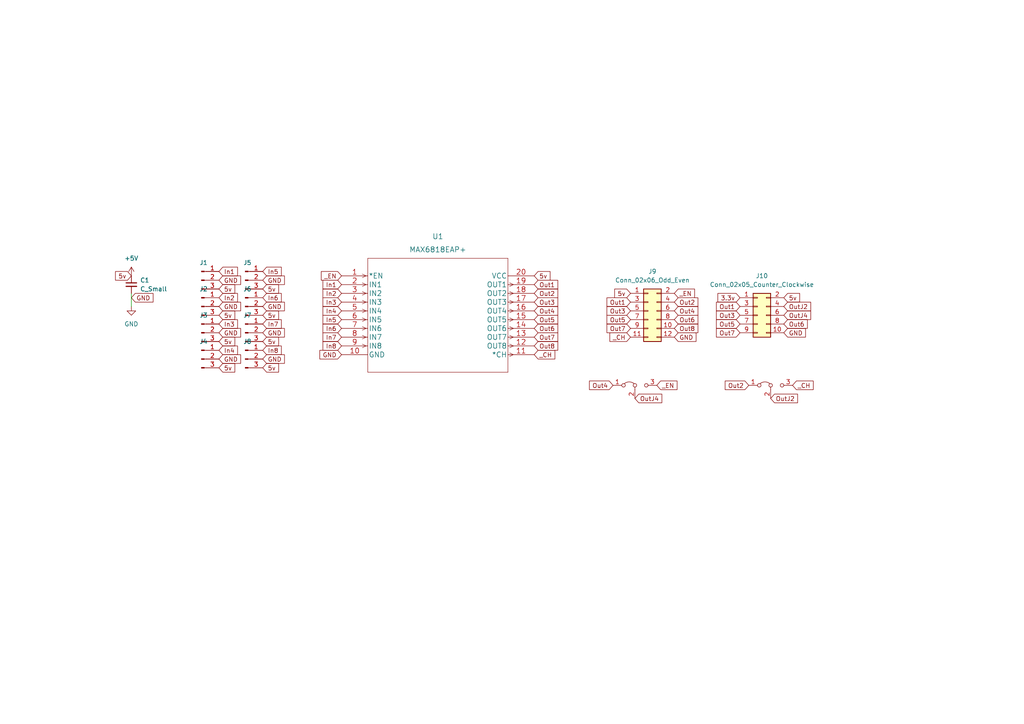
<source format=kicad_sch>
(kicad_sch (version 20211123) (generator eeschema)

  (uuid e63e39d7-6ac0-4ffd-8aa3-1841a4541b55)

  (paper "A4")

  (lib_symbols
    (symbol "Connector:Conn_01x03_Male" (pin_names (offset 1.016) hide) (in_bom yes) (on_board yes)
      (property "Reference" "J" (id 0) (at 0 5.08 0)
        (effects (font (size 1.27 1.27)))
      )
      (property "Value" "Conn_01x03_Male" (id 1) (at 0 -5.08 0)
        (effects (font (size 1.27 1.27)))
      )
      (property "Footprint" "" (id 2) (at 0 0 0)
        (effects (font (size 1.27 1.27)) hide)
      )
      (property "Datasheet" "~" (id 3) (at 0 0 0)
        (effects (font (size 1.27 1.27)) hide)
      )
      (property "ki_keywords" "connector" (id 4) (at 0 0 0)
        (effects (font (size 1.27 1.27)) hide)
      )
      (property "ki_description" "Generic connector, single row, 01x03, script generated (kicad-library-utils/schlib/autogen/connector/)" (id 5) (at 0 0 0)
        (effects (font (size 1.27 1.27)) hide)
      )
      (property "ki_fp_filters" "Connector*:*_1x??_*" (id 6) (at 0 0 0)
        (effects (font (size 1.27 1.27)) hide)
      )
      (symbol "Conn_01x03_Male_1_1"
        (polyline
          (pts
            (xy 1.27 -2.54)
            (xy 0.8636 -2.54)
          )
          (stroke (width 0.1524) (type default) (color 0 0 0 0))
          (fill (type none))
        )
        (polyline
          (pts
            (xy 1.27 0)
            (xy 0.8636 0)
          )
          (stroke (width 0.1524) (type default) (color 0 0 0 0))
          (fill (type none))
        )
        (polyline
          (pts
            (xy 1.27 2.54)
            (xy 0.8636 2.54)
          )
          (stroke (width 0.1524) (type default) (color 0 0 0 0))
          (fill (type none))
        )
        (rectangle (start 0.8636 -2.413) (end 0 -2.667)
          (stroke (width 0.1524) (type default) (color 0 0 0 0))
          (fill (type outline))
        )
        (rectangle (start 0.8636 0.127) (end 0 -0.127)
          (stroke (width 0.1524) (type default) (color 0 0 0 0))
          (fill (type outline))
        )
        (rectangle (start 0.8636 2.667) (end 0 2.413)
          (stroke (width 0.1524) (type default) (color 0 0 0 0))
          (fill (type outline))
        )
        (pin passive line (at 5.08 2.54 180) (length 3.81)
          (name "Pin_1" (effects (font (size 1.27 1.27))))
          (number "1" (effects (font (size 1.27 1.27))))
        )
        (pin passive line (at 5.08 0 180) (length 3.81)
          (name "Pin_2" (effects (font (size 1.27 1.27))))
          (number "2" (effects (font (size 1.27 1.27))))
        )
        (pin passive line (at 5.08 -2.54 180) (length 3.81)
          (name "Pin_3" (effects (font (size 1.27 1.27))))
          (number "3" (effects (font (size 1.27 1.27))))
        )
      )
    )
    (symbol "Connector_Generic:Conn_02x05_Odd_Even" (pin_names (offset 1.016) hide) (in_bom yes) (on_board yes)
      (property "Reference" "J" (id 0) (at 1.27 7.62 0)
        (effects (font (size 1.27 1.27)))
      )
      (property "Value" "Conn_02x05_Odd_Even" (id 1) (at 1.27 -7.62 0)
        (effects (font (size 1.27 1.27)))
      )
      (property "Footprint" "" (id 2) (at 0 0 0)
        (effects (font (size 1.27 1.27)) hide)
      )
      (property "Datasheet" "~" (id 3) (at 0 0 0)
        (effects (font (size 1.27 1.27)) hide)
      )
      (property "ki_keywords" "connector" (id 4) (at 0 0 0)
        (effects (font (size 1.27 1.27)) hide)
      )
      (property "ki_description" "Generic connector, double row, 02x05, odd/even pin numbering scheme (row 1 odd numbers, row 2 even numbers), script generated (kicad-library-utils/schlib/autogen/connector/)" (id 5) (at 0 0 0)
        (effects (font (size 1.27 1.27)) hide)
      )
      (property "ki_fp_filters" "Connector*:*_2x??_*" (id 6) (at 0 0 0)
        (effects (font (size 1.27 1.27)) hide)
      )
      (symbol "Conn_02x05_Odd_Even_1_1"
        (rectangle (start -1.27 -4.953) (end 0 -5.207)
          (stroke (width 0.1524) (type default) (color 0 0 0 0))
          (fill (type none))
        )
        (rectangle (start -1.27 -2.413) (end 0 -2.667)
          (stroke (width 0.1524) (type default) (color 0 0 0 0))
          (fill (type none))
        )
        (rectangle (start -1.27 0.127) (end 0 -0.127)
          (stroke (width 0.1524) (type default) (color 0 0 0 0))
          (fill (type none))
        )
        (rectangle (start -1.27 2.667) (end 0 2.413)
          (stroke (width 0.1524) (type default) (color 0 0 0 0))
          (fill (type none))
        )
        (rectangle (start -1.27 5.207) (end 0 4.953)
          (stroke (width 0.1524) (type default) (color 0 0 0 0))
          (fill (type none))
        )
        (rectangle (start -1.27 6.35) (end 3.81 -6.35)
          (stroke (width 0.254) (type default) (color 0 0 0 0))
          (fill (type background))
        )
        (rectangle (start 3.81 -4.953) (end 2.54 -5.207)
          (stroke (width 0.1524) (type default) (color 0 0 0 0))
          (fill (type none))
        )
        (rectangle (start 3.81 -2.413) (end 2.54 -2.667)
          (stroke (width 0.1524) (type default) (color 0 0 0 0))
          (fill (type none))
        )
        (rectangle (start 3.81 0.127) (end 2.54 -0.127)
          (stroke (width 0.1524) (type default) (color 0 0 0 0))
          (fill (type none))
        )
        (rectangle (start 3.81 2.667) (end 2.54 2.413)
          (stroke (width 0.1524) (type default) (color 0 0 0 0))
          (fill (type none))
        )
        (rectangle (start 3.81 5.207) (end 2.54 4.953)
          (stroke (width 0.1524) (type default) (color 0 0 0 0))
          (fill (type none))
        )
        (pin passive line (at -5.08 5.08 0) (length 3.81)
          (name "Pin_1" (effects (font (size 1.27 1.27))))
          (number "1" (effects (font (size 1.27 1.27))))
        )
        (pin passive line (at 7.62 -5.08 180) (length 3.81)
          (name "Pin_10" (effects (font (size 1.27 1.27))))
          (number "10" (effects (font (size 1.27 1.27))))
        )
        (pin passive line (at 7.62 5.08 180) (length 3.81)
          (name "Pin_2" (effects (font (size 1.27 1.27))))
          (number "2" (effects (font (size 1.27 1.27))))
        )
        (pin passive line (at -5.08 2.54 0) (length 3.81)
          (name "Pin_3" (effects (font (size 1.27 1.27))))
          (number "3" (effects (font (size 1.27 1.27))))
        )
        (pin passive line (at 7.62 2.54 180) (length 3.81)
          (name "Pin_4" (effects (font (size 1.27 1.27))))
          (number "4" (effects (font (size 1.27 1.27))))
        )
        (pin passive line (at -5.08 0 0) (length 3.81)
          (name "Pin_5" (effects (font (size 1.27 1.27))))
          (number "5" (effects (font (size 1.27 1.27))))
        )
        (pin passive line (at 7.62 0 180) (length 3.81)
          (name "Pin_6" (effects (font (size 1.27 1.27))))
          (number "6" (effects (font (size 1.27 1.27))))
        )
        (pin passive line (at -5.08 -2.54 0) (length 3.81)
          (name "Pin_7" (effects (font (size 1.27 1.27))))
          (number "7" (effects (font (size 1.27 1.27))))
        )
        (pin passive line (at 7.62 -2.54 180) (length 3.81)
          (name "Pin_8" (effects (font (size 1.27 1.27))))
          (number "8" (effects (font (size 1.27 1.27))))
        )
        (pin passive line (at -5.08 -5.08 0) (length 3.81)
          (name "Pin_9" (effects (font (size 1.27 1.27))))
          (number "9" (effects (font (size 1.27 1.27))))
        )
      )
    )
    (symbol "Connector_Generic:Conn_02x06_Odd_Even" (pin_names (offset 1.016) hide) (in_bom yes) (on_board yes)
      (property "Reference" "J" (id 0) (at 1.27 7.62 0)
        (effects (font (size 1.27 1.27)))
      )
      (property "Value" "Conn_02x06_Odd_Even" (id 1) (at 1.27 -10.16 0)
        (effects (font (size 1.27 1.27)))
      )
      (property "Footprint" "" (id 2) (at 0 0 0)
        (effects (font (size 1.27 1.27)) hide)
      )
      (property "Datasheet" "~" (id 3) (at 0 0 0)
        (effects (font (size 1.27 1.27)) hide)
      )
      (property "ki_keywords" "connector" (id 4) (at 0 0 0)
        (effects (font (size 1.27 1.27)) hide)
      )
      (property "ki_description" "Generic connector, double row, 02x06, odd/even pin numbering scheme (row 1 odd numbers, row 2 even numbers), script generated (kicad-library-utils/schlib/autogen/connector/)" (id 5) (at 0 0 0)
        (effects (font (size 1.27 1.27)) hide)
      )
      (property "ki_fp_filters" "Connector*:*_2x??_*" (id 6) (at 0 0 0)
        (effects (font (size 1.27 1.27)) hide)
      )
      (symbol "Conn_02x06_Odd_Even_1_1"
        (rectangle (start -1.27 -7.493) (end 0 -7.747)
          (stroke (width 0.1524) (type default) (color 0 0 0 0))
          (fill (type none))
        )
        (rectangle (start -1.27 -4.953) (end 0 -5.207)
          (stroke (width 0.1524) (type default) (color 0 0 0 0))
          (fill (type none))
        )
        (rectangle (start -1.27 -2.413) (end 0 -2.667)
          (stroke (width 0.1524) (type default) (color 0 0 0 0))
          (fill (type none))
        )
        (rectangle (start -1.27 0.127) (end 0 -0.127)
          (stroke (width 0.1524) (type default) (color 0 0 0 0))
          (fill (type none))
        )
        (rectangle (start -1.27 2.667) (end 0 2.413)
          (stroke (width 0.1524) (type default) (color 0 0 0 0))
          (fill (type none))
        )
        (rectangle (start -1.27 5.207) (end 0 4.953)
          (stroke (width 0.1524) (type default) (color 0 0 0 0))
          (fill (type none))
        )
        (rectangle (start -1.27 6.35) (end 3.81 -8.89)
          (stroke (width 0.254) (type default) (color 0 0 0 0))
          (fill (type background))
        )
        (rectangle (start 3.81 -7.493) (end 2.54 -7.747)
          (stroke (width 0.1524) (type default) (color 0 0 0 0))
          (fill (type none))
        )
        (rectangle (start 3.81 -4.953) (end 2.54 -5.207)
          (stroke (width 0.1524) (type default) (color 0 0 0 0))
          (fill (type none))
        )
        (rectangle (start 3.81 -2.413) (end 2.54 -2.667)
          (stroke (width 0.1524) (type default) (color 0 0 0 0))
          (fill (type none))
        )
        (rectangle (start 3.81 0.127) (end 2.54 -0.127)
          (stroke (width 0.1524) (type default) (color 0 0 0 0))
          (fill (type none))
        )
        (rectangle (start 3.81 2.667) (end 2.54 2.413)
          (stroke (width 0.1524) (type default) (color 0 0 0 0))
          (fill (type none))
        )
        (rectangle (start 3.81 5.207) (end 2.54 4.953)
          (stroke (width 0.1524) (type default) (color 0 0 0 0))
          (fill (type none))
        )
        (pin passive line (at -5.08 5.08 0) (length 3.81)
          (name "Pin_1" (effects (font (size 1.27 1.27))))
          (number "1" (effects (font (size 1.27 1.27))))
        )
        (pin passive line (at 7.62 -5.08 180) (length 3.81)
          (name "Pin_10" (effects (font (size 1.27 1.27))))
          (number "10" (effects (font (size 1.27 1.27))))
        )
        (pin passive line (at -5.08 -7.62 0) (length 3.81)
          (name "Pin_11" (effects (font (size 1.27 1.27))))
          (number "11" (effects (font (size 1.27 1.27))))
        )
        (pin passive line (at 7.62 -7.62 180) (length 3.81)
          (name "Pin_12" (effects (font (size 1.27 1.27))))
          (number "12" (effects (font (size 1.27 1.27))))
        )
        (pin passive line (at 7.62 5.08 180) (length 3.81)
          (name "Pin_2" (effects (font (size 1.27 1.27))))
          (number "2" (effects (font (size 1.27 1.27))))
        )
        (pin passive line (at -5.08 2.54 0) (length 3.81)
          (name "Pin_3" (effects (font (size 1.27 1.27))))
          (number "3" (effects (font (size 1.27 1.27))))
        )
        (pin passive line (at 7.62 2.54 180) (length 3.81)
          (name "Pin_4" (effects (font (size 1.27 1.27))))
          (number "4" (effects (font (size 1.27 1.27))))
        )
        (pin passive line (at -5.08 0 0) (length 3.81)
          (name "Pin_5" (effects (font (size 1.27 1.27))))
          (number "5" (effects (font (size 1.27 1.27))))
        )
        (pin passive line (at 7.62 0 180) (length 3.81)
          (name "Pin_6" (effects (font (size 1.27 1.27))))
          (number "6" (effects (font (size 1.27 1.27))))
        )
        (pin passive line (at -5.08 -2.54 0) (length 3.81)
          (name "Pin_7" (effects (font (size 1.27 1.27))))
          (number "7" (effects (font (size 1.27 1.27))))
        )
        (pin passive line (at 7.62 -2.54 180) (length 3.81)
          (name "Pin_8" (effects (font (size 1.27 1.27))))
          (number "8" (effects (font (size 1.27 1.27))))
        )
        (pin passive line (at -5.08 -5.08 0) (length 3.81)
          (name "Pin_9" (effects (font (size 1.27 1.27))))
          (number "9" (effects (font (size 1.27 1.27))))
        )
      )
    )
    (symbol "Device:C_Small" (pin_numbers hide) (pin_names (offset 0.254) hide) (in_bom yes) (on_board yes)
      (property "Reference" "C" (id 0) (at 0.254 1.778 0)
        (effects (font (size 1.27 1.27)) (justify left))
      )
      (property "Value" "C_Small" (id 1) (at 0.254 -2.032 0)
        (effects (font (size 1.27 1.27)) (justify left))
      )
      (property "Footprint" "" (id 2) (at 0 0 0)
        (effects (font (size 1.27 1.27)) hide)
      )
      (property "Datasheet" "~" (id 3) (at 0 0 0)
        (effects (font (size 1.27 1.27)) hide)
      )
      (property "ki_keywords" "capacitor cap" (id 4) (at 0 0 0)
        (effects (font (size 1.27 1.27)) hide)
      )
      (property "ki_description" "Unpolarized capacitor, small symbol" (id 5) (at 0 0 0)
        (effects (font (size 1.27 1.27)) hide)
      )
      (property "ki_fp_filters" "C_*" (id 6) (at 0 0 0)
        (effects (font (size 1.27 1.27)) hide)
      )
      (symbol "C_Small_0_1"
        (polyline
          (pts
            (xy -1.524 -0.508)
            (xy 1.524 -0.508)
          )
          (stroke (width 0.3302) (type default) (color 0 0 0 0))
          (fill (type none))
        )
        (polyline
          (pts
            (xy -1.524 0.508)
            (xy 1.524 0.508)
          )
          (stroke (width 0.3048) (type default) (color 0 0 0 0))
          (fill (type none))
        )
      )
      (symbol "C_Small_1_1"
        (pin passive line (at 0 2.54 270) (length 2.032)
          (name "~" (effects (font (size 1.27 1.27))))
          (number "1" (effects (font (size 1.27 1.27))))
        )
        (pin passive line (at 0 -2.54 90) (length 2.032)
          (name "~" (effects (font (size 1.27 1.27))))
          (number "2" (effects (font (size 1.27 1.27))))
        )
      )
    )
    (symbol "Jumper:Jumper_3_Bridged12" (pin_names (offset 0) hide) (in_bom yes) (on_board yes)
      (property "Reference" "JP" (id 0) (at -2.54 -2.54 0)
        (effects (font (size 1.27 1.27)))
      )
      (property "Value" "Jumper_3_Bridged12" (id 1) (at 0 2.794 0)
        (effects (font (size 1.27 1.27)))
      )
      (property "Footprint" "" (id 2) (at 0 0 0)
        (effects (font (size 1.27 1.27)) hide)
      )
      (property "Datasheet" "~" (id 3) (at 0 0 0)
        (effects (font (size 1.27 1.27)) hide)
      )
      (property "ki_keywords" "Jumper SPDT" (id 4) (at 0 0 0)
        (effects (font (size 1.27 1.27)) hide)
      )
      (property "ki_description" "Jumper, 3-pole, pins 1+2 closed/bridged" (id 5) (at 0 0 0)
        (effects (font (size 1.27 1.27)) hide)
      )
      (property "ki_fp_filters" "Jumper* TestPoint*3Pads* TestPoint*Bridge*" (id 6) (at 0 0 0)
        (effects (font (size 1.27 1.27)) hide)
      )
      (symbol "Jumper_3_Bridged12_0_0"
        (circle (center -3.302 0) (radius 0.508)
          (stroke (width 0) (type default) (color 0 0 0 0))
          (fill (type none))
        )
        (circle (center 0 0) (radius 0.508)
          (stroke (width 0) (type default) (color 0 0 0 0))
          (fill (type none))
        )
        (circle (center 3.302 0) (radius 0.508)
          (stroke (width 0) (type default) (color 0 0 0 0))
          (fill (type none))
        )
      )
      (symbol "Jumper_3_Bridged12_0_1"
        (arc (start -0.254 0.508) (mid -1.651 0.9912) (end -3.048 0.508)
          (stroke (width 0) (type default) (color 0 0 0 0))
          (fill (type none))
        )
        (polyline
          (pts
            (xy 0 -1.27)
            (xy 0 -0.508)
          )
          (stroke (width 0) (type default) (color 0 0 0 0))
          (fill (type none))
        )
      )
      (symbol "Jumper_3_Bridged12_1_1"
        (pin passive line (at -6.35 0 0) (length 2.54)
          (name "A" (effects (font (size 1.27 1.27))))
          (number "1" (effects (font (size 1.27 1.27))))
        )
        (pin input line (at 0 -3.81 90) (length 2.54)
          (name "C" (effects (font (size 1.27 1.27))))
          (number "2" (effects (font (size 1.27 1.27))))
        )
        (pin passive line (at 6.35 0 180) (length 2.54)
          (name "B" (effects (font (size 1.27 1.27))))
          (number "3" (effects (font (size 1.27 1.27))))
        )
      )
    )
    (symbol "MAX6818:MAX6818EAP+" (pin_names (offset 0.254)) (in_bom yes) (on_board yes)
      (property "Reference" "U" (id 0) (at 27.94 10.16 0)
        (effects (font (size 1.524 1.524)))
      )
      (property "Value" "MAX6818EAP+" (id 1) (at 27.94 7.62 0)
        (effects (font (size 1.524 1.524)))
      )
      (property "Footprint" "21-0056C_20_MXM" (id 2) (at 27.94 6.096 0)
        (effects (font (size 1.524 1.524)) hide)
      )
      (property "Datasheet" "" (id 3) (at 0 0 0)
        (effects (font (size 1.524 1.524)))
      )
      (property "ki_locked" "" (id 4) (at 0 0 0)
        (effects (font (size 1.27 1.27)))
      )
      (property "ki_fp_filters" "21-0056C_20_MXM 21-0056C_20_MXM-M 21-0056C_20_MXM-L" (id 5) (at 0 0 0)
        (effects (font (size 1.27 1.27)) hide)
      )
      (symbol "MAX6818EAP+_1_1"
        (polyline
          (pts
            (xy 7.112 -20.32)
            (xy 6.0452 -20.828)
          )
          (stroke (width 0.127) (type default) (color 0 0 0 0))
          (fill (type none))
        )
        (polyline
          (pts
            (xy 7.112 -20.32)
            (xy 6.0452 -19.812)
          )
          (stroke (width 0.127) (type default) (color 0 0 0 0))
          (fill (type none))
        )
        (polyline
          (pts
            (xy 7.112 -17.78)
            (xy 6.0452 -18.288)
          )
          (stroke (width 0.127) (type default) (color 0 0 0 0))
          (fill (type none))
        )
        (polyline
          (pts
            (xy 7.112 -17.78)
            (xy 6.0452 -17.272)
          )
          (stroke (width 0.127) (type default) (color 0 0 0 0))
          (fill (type none))
        )
        (polyline
          (pts
            (xy 7.112 -15.24)
            (xy 6.0452 -15.748)
          )
          (stroke (width 0.127) (type default) (color 0 0 0 0))
          (fill (type none))
        )
        (polyline
          (pts
            (xy 7.112 -15.24)
            (xy 6.0452 -14.732)
          )
          (stroke (width 0.127) (type default) (color 0 0 0 0))
          (fill (type none))
        )
        (polyline
          (pts
            (xy 7.112 -12.7)
            (xy 6.0452 -13.208)
          )
          (stroke (width 0.127) (type default) (color 0 0 0 0))
          (fill (type none))
        )
        (polyline
          (pts
            (xy 7.112 -12.7)
            (xy 6.0452 -12.192)
          )
          (stroke (width 0.127) (type default) (color 0 0 0 0))
          (fill (type none))
        )
        (polyline
          (pts
            (xy 7.112 -10.16)
            (xy 6.0452 -10.668)
          )
          (stroke (width 0.127) (type default) (color 0 0 0 0))
          (fill (type none))
        )
        (polyline
          (pts
            (xy 7.112 -10.16)
            (xy 6.0452 -9.652)
          )
          (stroke (width 0.127) (type default) (color 0 0 0 0))
          (fill (type none))
        )
        (polyline
          (pts
            (xy 7.112 -7.62)
            (xy 6.0452 -8.128)
          )
          (stroke (width 0.127) (type default) (color 0 0 0 0))
          (fill (type none))
        )
        (polyline
          (pts
            (xy 7.112 -7.62)
            (xy 6.0452 -7.112)
          )
          (stroke (width 0.127) (type default) (color 0 0 0 0))
          (fill (type none))
        )
        (polyline
          (pts
            (xy 7.112 -5.08)
            (xy 6.0452 -5.588)
          )
          (stroke (width 0.127) (type default) (color 0 0 0 0))
          (fill (type none))
        )
        (polyline
          (pts
            (xy 7.112 -5.08)
            (xy 6.0452 -4.572)
          )
          (stroke (width 0.127) (type default) (color 0 0 0 0))
          (fill (type none))
        )
        (polyline
          (pts
            (xy 7.112 -2.54)
            (xy 6.0452 -3.048)
          )
          (stroke (width 0.127) (type default) (color 0 0 0 0))
          (fill (type none))
        )
        (polyline
          (pts
            (xy 7.112 -2.54)
            (xy 6.0452 -2.032)
          )
          (stroke (width 0.127) (type default) (color 0 0 0 0))
          (fill (type none))
        )
        (polyline
          (pts
            (xy 7.112 0)
            (xy 6.0452 -0.508)
          )
          (stroke (width 0.127) (type default) (color 0 0 0 0))
          (fill (type none))
        )
        (polyline
          (pts
            (xy 7.112 0)
            (xy 6.0452 0.508)
          )
          (stroke (width 0.127) (type default) (color 0 0 0 0))
          (fill (type none))
        )
        (polyline
          (pts
            (xy 7.62 -27.94)
            (xy 48.26 -27.94)
          )
          (stroke (width 0.127) (type default) (color 0 0 0 0))
          (fill (type none))
        )
        (polyline
          (pts
            (xy 7.62 5.08)
            (xy 7.62 -27.94)
          )
          (stroke (width 0.127) (type default) (color 0 0 0 0))
          (fill (type none))
        )
        (polyline
          (pts
            (xy 48.26 -27.94)
            (xy 48.26 5.08)
          )
          (stroke (width 0.127) (type default) (color 0 0 0 0))
          (fill (type none))
        )
        (polyline
          (pts
            (xy 48.26 5.08)
            (xy 7.62 5.08)
          )
          (stroke (width 0.127) (type default) (color 0 0 0 0))
          (fill (type none))
        )
        (polyline
          (pts
            (xy 48.768 -23.368)
            (xy 49.8348 -22.86)
          )
          (stroke (width 0.127) (type default) (color 0 0 0 0))
          (fill (type none))
        )
        (polyline
          (pts
            (xy 48.768 -22.352)
            (xy 49.8348 -22.86)
          )
          (stroke (width 0.127) (type default) (color 0 0 0 0))
          (fill (type none))
        )
        (polyline
          (pts
            (xy 48.768 -20.828)
            (xy 49.8348 -20.32)
          )
          (stroke (width 0.127) (type default) (color 0 0 0 0))
          (fill (type none))
        )
        (polyline
          (pts
            (xy 48.768 -19.812)
            (xy 49.8348 -20.32)
          )
          (stroke (width 0.127) (type default) (color 0 0 0 0))
          (fill (type none))
        )
        (polyline
          (pts
            (xy 48.768 -18.288)
            (xy 49.8348 -17.78)
          )
          (stroke (width 0.127) (type default) (color 0 0 0 0))
          (fill (type none))
        )
        (polyline
          (pts
            (xy 48.768 -17.272)
            (xy 49.8348 -17.78)
          )
          (stroke (width 0.127) (type default) (color 0 0 0 0))
          (fill (type none))
        )
        (polyline
          (pts
            (xy 48.768 -15.748)
            (xy 49.8348 -15.24)
          )
          (stroke (width 0.127) (type default) (color 0 0 0 0))
          (fill (type none))
        )
        (polyline
          (pts
            (xy 48.768 -14.732)
            (xy 49.8348 -15.24)
          )
          (stroke (width 0.127) (type default) (color 0 0 0 0))
          (fill (type none))
        )
        (polyline
          (pts
            (xy 48.768 -13.208)
            (xy 49.8348 -12.7)
          )
          (stroke (width 0.127) (type default) (color 0 0 0 0))
          (fill (type none))
        )
        (polyline
          (pts
            (xy 48.768 -12.192)
            (xy 49.8348 -12.7)
          )
          (stroke (width 0.127) (type default) (color 0 0 0 0))
          (fill (type none))
        )
        (polyline
          (pts
            (xy 48.768 -10.668)
            (xy 49.8348 -10.16)
          )
          (stroke (width 0.127) (type default) (color 0 0 0 0))
          (fill (type none))
        )
        (polyline
          (pts
            (xy 48.768 -9.652)
            (xy 49.8348 -10.16)
          )
          (stroke (width 0.127) (type default) (color 0 0 0 0))
          (fill (type none))
        )
        (polyline
          (pts
            (xy 48.768 -8.128)
            (xy 49.8348 -7.62)
          )
          (stroke (width 0.127) (type default) (color 0 0 0 0))
          (fill (type none))
        )
        (polyline
          (pts
            (xy 48.768 -7.112)
            (xy 49.8348 -7.62)
          )
          (stroke (width 0.127) (type default) (color 0 0 0 0))
          (fill (type none))
        )
        (polyline
          (pts
            (xy 48.768 -5.588)
            (xy 49.8348 -5.08)
          )
          (stroke (width 0.127) (type default) (color 0 0 0 0))
          (fill (type none))
        )
        (polyline
          (pts
            (xy 48.768 -4.572)
            (xy 49.8348 -5.08)
          )
          (stroke (width 0.127) (type default) (color 0 0 0 0))
          (fill (type none))
        )
        (polyline
          (pts
            (xy 48.768 -3.048)
            (xy 49.8348 -2.54)
          )
          (stroke (width 0.127) (type default) (color 0 0 0 0))
          (fill (type none))
        )
        (polyline
          (pts
            (xy 48.768 -2.032)
            (xy 49.8348 -2.54)
          )
          (stroke (width 0.127) (type default) (color 0 0 0 0))
          (fill (type none))
        )
        (pin input line (at 0 0 0) (length 7.62)
          (name "*EN" (effects (font (size 1.4986 1.4986))))
          (number "1" (effects (font (size 1.4986 1.4986))))
        )
        (pin power_in line (at 0 -22.86 0) (length 7.62)
          (name "GND" (effects (font (size 1.4986 1.4986))))
          (number "10" (effects (font (size 1.4986 1.4986))))
        )
        (pin output line (at 55.88 -22.86 180) (length 7.62)
          (name "*CH" (effects (font (size 1.4986 1.4986))))
          (number "11" (effects (font (size 1.4986 1.4986))))
        )
        (pin output line (at 55.88 -20.32 180) (length 7.62)
          (name "OUT8" (effects (font (size 1.4986 1.4986))))
          (number "12" (effects (font (size 1.4986 1.4986))))
        )
        (pin output line (at 55.88 -17.78 180) (length 7.62)
          (name "OUT7" (effects (font (size 1.4986 1.4986))))
          (number "13" (effects (font (size 1.4986 1.4986))))
        )
        (pin output line (at 55.88 -15.24 180) (length 7.62)
          (name "OUT6" (effects (font (size 1.4986 1.4986))))
          (number "14" (effects (font (size 1.4986 1.4986))))
        )
        (pin output line (at 55.88 -12.7 180) (length 7.62)
          (name "OUT5" (effects (font (size 1.4986 1.4986))))
          (number "15" (effects (font (size 1.4986 1.4986))))
        )
        (pin output line (at 55.88 -10.16 180) (length 7.62)
          (name "OUT4" (effects (font (size 1.4986 1.4986))))
          (number "16" (effects (font (size 1.4986 1.4986))))
        )
        (pin output line (at 55.88 -7.62 180) (length 7.62)
          (name "OUT3" (effects (font (size 1.4986 1.4986))))
          (number "17" (effects (font (size 1.4986 1.4986))))
        )
        (pin output line (at 55.88 -5.08 180) (length 7.62)
          (name "OUT2" (effects (font (size 1.4986 1.4986))))
          (number "18" (effects (font (size 1.4986 1.4986))))
        )
        (pin output line (at 55.88 -2.54 180) (length 7.62)
          (name "OUT1" (effects (font (size 1.4986 1.4986))))
          (number "19" (effects (font (size 1.4986 1.4986))))
        )
        (pin input line (at 0 -2.54 0) (length 7.62)
          (name "IN1" (effects (font (size 1.4986 1.4986))))
          (number "2" (effects (font (size 1.4986 1.4986))))
        )
        (pin power_in line (at 55.88 0 180) (length 7.62)
          (name "VCC" (effects (font (size 1.4986 1.4986))))
          (number "20" (effects (font (size 1.4986 1.4986))))
        )
        (pin input line (at 0 -5.08 0) (length 7.62)
          (name "IN2" (effects (font (size 1.4986 1.4986))))
          (number "3" (effects (font (size 1.4986 1.4986))))
        )
        (pin input line (at 0 -7.62 0) (length 7.62)
          (name "IN3" (effects (font (size 1.4986 1.4986))))
          (number "4" (effects (font (size 1.4986 1.4986))))
        )
        (pin input line (at 0 -10.16 0) (length 7.62)
          (name "IN4" (effects (font (size 1.4986 1.4986))))
          (number "5" (effects (font (size 1.4986 1.4986))))
        )
        (pin input line (at 0 -12.7 0) (length 7.62)
          (name "IN5" (effects (font (size 1.4986 1.4986))))
          (number "6" (effects (font (size 1.4986 1.4986))))
        )
        (pin input line (at 0 -15.24 0) (length 7.62)
          (name "IN6" (effects (font (size 1.4986 1.4986))))
          (number "7" (effects (font (size 1.4986 1.4986))))
        )
        (pin input line (at 0 -17.78 0) (length 7.62)
          (name "IN7" (effects (font (size 1.4986 1.4986))))
          (number "8" (effects (font (size 1.4986 1.4986))))
        )
        (pin input line (at 0 -20.32 0) (length 7.62)
          (name "IN8" (effects (font (size 1.4986 1.4986))))
          (number "9" (effects (font (size 1.4986 1.4986))))
        )
      )
    )
    (symbol "power:+5V" (power) (pin_names (offset 0)) (in_bom yes) (on_board yes)
      (property "Reference" "#PWR" (id 0) (at 0 -3.81 0)
        (effects (font (size 1.27 1.27)) hide)
      )
      (property "Value" "+5V" (id 1) (at 0 3.556 0)
        (effects (font (size 1.27 1.27)))
      )
      (property "Footprint" "" (id 2) (at 0 0 0)
        (effects (font (size 1.27 1.27)) hide)
      )
      (property "Datasheet" "" (id 3) (at 0 0 0)
        (effects (font (size 1.27 1.27)) hide)
      )
      (property "ki_keywords" "power-flag" (id 4) (at 0 0 0)
        (effects (font (size 1.27 1.27)) hide)
      )
      (property "ki_description" "Power symbol creates a global label with name \"+5V\"" (id 5) (at 0 0 0)
        (effects (font (size 1.27 1.27)) hide)
      )
      (symbol "+5V_0_1"
        (polyline
          (pts
            (xy -0.762 1.27)
            (xy 0 2.54)
          )
          (stroke (width 0) (type default) (color 0 0 0 0))
          (fill (type none))
        )
        (polyline
          (pts
            (xy 0 0)
            (xy 0 2.54)
          )
          (stroke (width 0) (type default) (color 0 0 0 0))
          (fill (type none))
        )
        (polyline
          (pts
            (xy 0 2.54)
            (xy 0.762 1.27)
          )
          (stroke (width 0) (type default) (color 0 0 0 0))
          (fill (type none))
        )
      )
      (symbol "+5V_1_1"
        (pin power_in line (at 0 0 90) (length 0) hide
          (name "+5V" (effects (font (size 1.27 1.27))))
          (number "1" (effects (font (size 1.27 1.27))))
        )
      )
    )
    (symbol "power:GND" (power) (pin_names (offset 0)) (in_bom yes) (on_board yes)
      (property "Reference" "#PWR" (id 0) (at 0 -6.35 0)
        (effects (font (size 1.27 1.27)) hide)
      )
      (property "Value" "GND" (id 1) (at 0 -3.81 0)
        (effects (font (size 1.27 1.27)))
      )
      (property "Footprint" "" (id 2) (at 0 0 0)
        (effects (font (size 1.27 1.27)) hide)
      )
      (property "Datasheet" "" (id 3) (at 0 0 0)
        (effects (font (size 1.27 1.27)) hide)
      )
      (property "ki_keywords" "power-flag" (id 4) (at 0 0 0)
        (effects (font (size 1.27 1.27)) hide)
      )
      (property "ki_description" "Power symbol creates a global label with name \"GND\" , ground" (id 5) (at 0 0 0)
        (effects (font (size 1.27 1.27)) hide)
      )
      (symbol "GND_0_1"
        (polyline
          (pts
            (xy 0 0)
            (xy 0 -1.27)
            (xy 1.27 -1.27)
            (xy 0 -2.54)
            (xy -1.27 -1.27)
            (xy 0 -1.27)
          )
          (stroke (width 0) (type default) (color 0 0 0 0))
          (fill (type none))
        )
      )
      (symbol "GND_1_1"
        (pin power_in line (at 0 0 270) (length 0) hide
          (name "GND" (effects (font (size 1.27 1.27))))
          (number "1" (effects (font (size 1.27 1.27))))
        )
      )
    )
  )


  (wire (pts (xy 38.1 85.09) (xy 38.1 88.9))
    (stroke (width 0) (type default) (color 0 0 0 0))
    (uuid 8220df33-668f-4354-bc9b-c01360a0d157)
  )

  (global_label "In4" (shape input) (at 63.5 101.6 0) (fields_autoplaced)
    (effects (font (size 1.27 1.27)) (justify left))
    (uuid 00e53796-b1fe-4f8c-8e3c-df8e610a6045)
    (property "Intersheet References" "${INTERSHEET_REFS}" (id 0) (at 68.8764 101.6794 0)
      (effects (font (size 1.27 1.27)) (justify left) hide)
    )
  )
  (global_label "Out4" (shape input) (at 177.8 111.76 180) (fields_autoplaced)
    (effects (font (size 1.27 1.27)) (justify right))
    (uuid 0e844798-58b5-40d6-82fe-e86239f9ed61)
    (property "Intersheet References" "${INTERSHEET_REFS}" (id 0) (at 170.9721 111.6806 0)
      (effects (font (size 1.27 1.27)) (justify right) hide)
    )
  )
  (global_label "GND" (shape input) (at 227.33 96.52 0) (fields_autoplaced)
    (effects (font (size 1.27 1.27)) (justify left))
    (uuid 11cccf6e-1ad9-4d8d-af89-24c2ae470585)
    (property "Intersheet References" "${INTERSHEET_REFS}" (id 0) (at 233.6136 96.4406 0)
      (effects (font (size 1.27 1.27)) (justify left) hide)
    )
  )
  (global_label "In3" (shape input) (at 99.06 87.63 180) (fields_autoplaced)
    (effects (font (size 1.27 1.27)) (justify right))
    (uuid 1625db2b-83a9-4193-b6e2-067e3c73a30a)
    (property "Intersheet References" "${INTERSHEET_REFS}" (id 0) (at 93.6836 87.5506 0)
      (effects (font (size 1.27 1.27)) (justify right) hide)
    )
  )
  (global_label "_CH" (shape input) (at 154.94 102.87 0) (fields_autoplaced)
    (effects (font (size 1.27 1.27)) (justify left))
    (uuid 19fc9c64-1ead-43fe-bb63-4b3631ad7281)
    (property "Intersheet References" "${INTERSHEET_REFS}" (id 0) (at 160.9212 102.7906 0)
      (effects (font (size 1.27 1.27)) (justify left) hide)
    )
  )
  (global_label "In8" (shape input) (at 76.2 101.6 0) (fields_autoplaced)
    (effects (font (size 1.27 1.27)) (justify left))
    (uuid 1aa93f4c-3bd8-4d15-ae08-c7105283c473)
    (property "Intersheet References" "${INTERSHEET_REFS}" (id 0) (at 81.5764 101.6794 0)
      (effects (font (size 1.27 1.27)) (justify left) hide)
    )
  )
  (global_label "Out4" (shape input) (at 195.58 90.17 0) (fields_autoplaced)
    (effects (font (size 1.27 1.27)) (justify left))
    (uuid 1be4406f-a7d6-4d11-b865-c667d62aad4b)
    (property "Intersheet References" "${INTERSHEET_REFS}" (id 0) (at 202.4079 90.0906 0)
      (effects (font (size 1.27 1.27)) (justify left) hide)
    )
  )
  (global_label "Out5" (shape input) (at 154.94 92.71 0) (fields_autoplaced)
    (effects (font (size 1.27 1.27)) (justify left))
    (uuid 22aa9e3d-d832-4db4-94aa-ccbe336c22e9)
    (property "Intersheet References" "${INTERSHEET_REFS}" (id 0) (at 161.7679 92.6306 0)
      (effects (font (size 1.27 1.27)) (justify left) hide)
    )
  )
  (global_label "_CH" (shape input) (at 182.88 97.79 180) (fields_autoplaced)
    (effects (font (size 1.27 1.27)) (justify right))
    (uuid 23e153bc-26d3-44f8-9c71-3ebc0fdbadad)
    (property "Intersheet References" "${INTERSHEET_REFS}" (id 0) (at 176.8988 97.8694 0)
      (effects (font (size 1.27 1.27)) (justify right) hide)
    )
  )
  (global_label "In5" (shape input) (at 99.06 92.71 180) (fields_autoplaced)
    (effects (font (size 1.27 1.27)) (justify right))
    (uuid 24cd670a-d95e-44aa-a178-ad7730f1f216)
    (property "Intersheet References" "${INTERSHEET_REFS}" (id 0) (at 93.6836 92.6306 0)
      (effects (font (size 1.27 1.27)) (justify right) hide)
    )
  )
  (global_label "5v" (shape input) (at 182.88 85.09 180) (fields_autoplaced)
    (effects (font (size 1.27 1.27)) (justify right))
    (uuid 261b158c-1ef2-4ef2-b1c3-1ac1ecc73442)
    (property "Intersheet References" "${INTERSHEET_REFS}" (id 0) (at 178.2898 85.0106 0)
      (effects (font (size 1.27 1.27)) (justify right) hide)
    )
  )
  (global_label "Out3" (shape input) (at 214.63 91.44 180) (fields_autoplaced)
    (effects (font (size 1.27 1.27)) (justify right))
    (uuid 28282c15-e26f-47ff-8160-0eac47082014)
    (property "Intersheet References" "${INTERSHEET_REFS}" (id 0) (at 207.8021 91.5194 0)
      (effects (font (size 1.27 1.27)) (justify right) hide)
    )
  )
  (global_label "In4" (shape input) (at 99.06 90.17 180) (fields_autoplaced)
    (effects (font (size 1.27 1.27)) (justify right))
    (uuid 2c65aeb2-62d8-4e32-a1e0-2eaa1d732b1e)
    (property "Intersheet References" "${INTERSHEET_REFS}" (id 0) (at 93.6836 90.0906 0)
      (effects (font (size 1.27 1.27)) (justify right) hide)
    )
  )
  (global_label "GND" (shape input) (at 63.5 88.9 0) (fields_autoplaced)
    (effects (font (size 1.27 1.27)) (justify left))
    (uuid 30c81239-37f3-4c22-8e05-aed1b6bda673)
    (property "Intersheet References" "${INTERSHEET_REFS}" (id 0) (at 69.7836 88.8206 0)
      (effects (font (size 1.27 1.27)) (justify left) hide)
    )
  )
  (global_label "Out5" (shape input) (at 214.63 93.98 180) (fields_autoplaced)
    (effects (font (size 1.27 1.27)) (justify right))
    (uuid 34d5f112-d582-4117-83ec-63ca08ef0fbb)
    (property "Intersheet References" "${INTERSHEET_REFS}" (id 0) (at 207.8021 94.0594 0)
      (effects (font (size 1.27 1.27)) (justify right) hide)
    )
  )
  (global_label "_EN" (shape input) (at 99.06 80.01 180) (fields_autoplaced)
    (effects (font (size 1.27 1.27)) (justify right))
    (uuid 39c9f72f-9985-4456-85e3-f0ccf76ce166)
    (property "Intersheet References" "${INTERSHEET_REFS}" (id 0) (at 93.1998 79.9306 0)
      (effects (font (size 1.27 1.27)) (justify right) hide)
    )
  )
  (global_label "5v" (shape input) (at 76.2 83.82 0) (fields_autoplaced)
    (effects (font (size 1.27 1.27)) (justify left))
    (uuid 3aa80f41-5fb6-4afc-b5b8-d58d378f89f7)
    (property "Intersheet References" "${INTERSHEET_REFS}" (id 0) (at 80.7902 83.7406 0)
      (effects (font (size 1.27 1.27)) (justify left) hide)
    )
  )
  (global_label "5v" (shape input) (at 63.5 83.82 0) (fields_autoplaced)
    (effects (font (size 1.27 1.27)) (justify left))
    (uuid 3d0d7e4b-6864-4017-a495-8498a6cbb493)
    (property "Intersheet References" "${INTERSHEET_REFS}" (id 0) (at 68.0902 83.7406 0)
      (effects (font (size 1.27 1.27)) (justify left) hide)
    )
  )
  (global_label "In6" (shape input) (at 76.2 86.36 0) (fields_autoplaced)
    (effects (font (size 1.27 1.27)) (justify left))
    (uuid 3e41409a-6bc7-4d32-b3b0-ea60e8267783)
    (property "Intersheet References" "${INTERSHEET_REFS}" (id 0) (at 81.5764 86.4394 0)
      (effects (font (size 1.27 1.27)) (justify left) hide)
    )
  )
  (global_label "In5" (shape input) (at 76.2 78.74 0) (fields_autoplaced)
    (effects (font (size 1.27 1.27)) (justify left))
    (uuid 3e84d5f6-0f55-4723-a299-20ce0d132cbc)
    (property "Intersheet References" "${INTERSHEET_REFS}" (id 0) (at 81.5764 78.8194 0)
      (effects (font (size 1.27 1.27)) (justify left) hide)
    )
  )
  (global_label "GND" (shape input) (at 38.1 86.36 0) (fields_autoplaced)
    (effects (font (size 1.27 1.27)) (justify left))
    (uuid 3fc232b2-5e47-45b5-80ff-8f14ccfae739)
    (property "Intersheet References" "${INTERSHEET_REFS}" (id 0) (at 44.3836 86.2806 0)
      (effects (font (size 1.27 1.27)) (justify left) hide)
    )
  )
  (global_label "GND" (shape input) (at 63.5 104.14 0) (fields_autoplaced)
    (effects (font (size 1.27 1.27)) (justify left))
    (uuid 41b61521-24fa-4367-9725-66c5a6542b27)
    (property "Intersheet References" "${INTERSHEET_REFS}" (id 0) (at 69.7836 104.0606 0)
      (effects (font (size 1.27 1.27)) (justify left) hide)
    )
  )
  (global_label "In1" (shape input) (at 63.5 78.74 0) (fields_autoplaced)
    (effects (font (size 1.27 1.27)) (justify left))
    (uuid 45f78f53-9366-49a7-b7b8-1193ca7e8cdf)
    (property "Intersheet References" "${INTERSHEET_REFS}" (id 0) (at 68.8764 78.8194 0)
      (effects (font (size 1.27 1.27)) (justify left) hide)
    )
  )
  (global_label "Out6" (shape input) (at 227.33 93.98 0) (fields_autoplaced)
    (effects (font (size 1.27 1.27)) (justify left))
    (uuid 4aa31da6-83ed-48d5-abcd-ad4a475f8681)
    (property "Intersheet References" "${INTERSHEET_REFS}" (id 0) (at 234.1579 93.9006 0)
      (effects (font (size 1.27 1.27)) (justify left) hide)
    )
  )
  (global_label "5v" (shape input) (at 76.2 99.06 0) (fields_autoplaced)
    (effects (font (size 1.27 1.27)) (justify left))
    (uuid 5074e580-b9f8-4a4d-aa12-2a95e601e46a)
    (property "Intersheet References" "${INTERSHEET_REFS}" (id 0) (at 80.7902 98.9806 0)
      (effects (font (size 1.27 1.27)) (justify left) hide)
    )
  )
  (global_label "In1" (shape input) (at 99.06 82.55 180) (fields_autoplaced)
    (effects (font (size 1.27 1.27)) (justify right))
    (uuid 511b45bf-5bd1-4c80-a4c5-e7eecbfe35f4)
    (property "Intersheet References" "${INTERSHEET_REFS}" (id 0) (at 93.6836 82.4706 0)
      (effects (font (size 1.27 1.27)) (justify right) hide)
    )
  )
  (global_label "GND" (shape input) (at 76.2 96.52 0) (fields_autoplaced)
    (effects (font (size 1.27 1.27)) (justify left))
    (uuid 52a8be9b-193c-48c1-bd6b-e015df647dba)
    (property "Intersheet References" "${INTERSHEET_REFS}" (id 0) (at 82.4836 96.4406 0)
      (effects (font (size 1.27 1.27)) (justify left) hide)
    )
  )
  (global_label "5v" (shape input) (at 63.5 91.44 0) (fields_autoplaced)
    (effects (font (size 1.27 1.27)) (justify left))
    (uuid 5592dfdc-d38b-4de5-acc0-2bbb8ce9d0f9)
    (property "Intersheet References" "${INTERSHEET_REFS}" (id 0) (at 68.0902 91.3606 0)
      (effects (font (size 1.27 1.27)) (justify left) hide)
    )
  )
  (global_label "Out1" (shape input) (at 182.88 87.63 180) (fields_autoplaced)
    (effects (font (size 1.27 1.27)) (justify right))
    (uuid 55c0e4c1-d3f8-41ed-97c1-5e34d7676001)
    (property "Intersheet References" "${INTERSHEET_REFS}" (id 0) (at 176.0521 87.7094 0)
      (effects (font (size 1.27 1.27)) (justify right) hide)
    )
  )
  (global_label "Out2" (shape input) (at 154.94 85.09 0) (fields_autoplaced)
    (effects (font (size 1.27 1.27)) (justify left))
    (uuid 56c2b9b1-79f7-4675-b713-41530c2132ca)
    (property "Intersheet References" "${INTERSHEET_REFS}" (id 0) (at 161.7679 85.0106 0)
      (effects (font (size 1.27 1.27)) (justify left) hide)
    )
  )
  (global_label "GND" (shape input) (at 76.2 88.9 0) (fields_autoplaced)
    (effects (font (size 1.27 1.27)) (justify left))
    (uuid 592a8701-9c88-4e65-83bd-ee3b1ef4537c)
    (property "Intersheet References" "${INTERSHEET_REFS}" (id 0) (at 82.4836 88.8206 0)
      (effects (font (size 1.27 1.27)) (justify left) hide)
    )
  )
  (global_label "5v" (shape input) (at 38.1 80.01 180) (fields_autoplaced)
    (effects (font (size 1.27 1.27)) (justify right))
    (uuid 620a9a3c-fed3-4f67-9a41-a7b089f4ba24)
    (property "Intersheet References" "${INTERSHEET_REFS}" (id 0) (at 33.5098 80.0894 0)
      (effects (font (size 1.27 1.27)) (justify right) hide)
    )
  )
  (global_label "OutJ2" (shape input) (at 223.52 115.57 0) (fields_autoplaced)
    (effects (font (size 1.27 1.27)) (justify left))
    (uuid 647c6174-7deb-4ad8-96e7-deb972c4e5c3)
    (property "Intersheet References" "${INTERSHEET_REFS}" (id 0) (at 231.3155 115.4906 0)
      (effects (font (size 1.27 1.27)) (justify left) hide)
    )
  )
  (global_label "GND" (shape input) (at 76.2 81.28 0) (fields_autoplaced)
    (effects (font (size 1.27 1.27)) (justify left))
    (uuid 6a764b62-a221-4b5a-b160-73eb9bbfcf61)
    (property "Intersheet References" "${INTERSHEET_REFS}" (id 0) (at 82.4836 81.2006 0)
      (effects (font (size 1.27 1.27)) (justify left) hide)
    )
  )
  (global_label "In2" (shape input) (at 99.06 85.09 180) (fields_autoplaced)
    (effects (font (size 1.27 1.27)) (justify right))
    (uuid 6d9751e5-53e5-4f23-b37b-ca1b579b1d89)
    (property "Intersheet References" "${INTERSHEET_REFS}" (id 0) (at 93.6836 85.0106 0)
      (effects (font (size 1.27 1.27)) (justify right) hide)
    )
  )
  (global_label "Out8" (shape input) (at 195.58 95.25 0) (fields_autoplaced)
    (effects (font (size 1.27 1.27)) (justify left))
    (uuid 6ee8d7c4-6f0e-4133-86b0-ff3c5326690f)
    (property "Intersheet References" "${INTERSHEET_REFS}" (id 0) (at 202.4079 95.1706 0)
      (effects (font (size 1.27 1.27)) (justify left) hide)
    )
  )
  (global_label "_EN" (shape input) (at 195.58 85.09 0) (fields_autoplaced)
    (effects (font (size 1.27 1.27)) (justify left))
    (uuid 6f10d38e-1e22-47b3-a4cd-98552bcd9a25)
    (property "Intersheet References" "${INTERSHEET_REFS}" (id 0) (at 201.4402 85.1694 0)
      (effects (font (size 1.27 1.27)) (justify left) hide)
    )
  )
  (global_label "In7" (shape input) (at 76.2 93.98 0) (fields_autoplaced)
    (effects (font (size 1.27 1.27)) (justify left))
    (uuid 716c8f7f-efdd-45ca-a33c-4fa3fa4bce8a)
    (property "Intersheet References" "${INTERSHEET_REFS}" (id 0) (at 81.5764 94.0594 0)
      (effects (font (size 1.27 1.27)) (justify left) hide)
    )
  )
  (global_label "OutJ4" (shape input) (at 184.15 115.57 0) (fields_autoplaced)
    (effects (font (size 1.27 1.27)) (justify left))
    (uuid 76ae60ae-60cc-4cac-bd28-934030db506a)
    (property "Intersheet References" "${INTERSHEET_REFS}" (id 0) (at 191.9455 115.4906 0)
      (effects (font (size 1.27 1.27)) (justify left) hide)
    )
  )
  (global_label "In8" (shape input) (at 99.06 100.33 180) (fields_autoplaced)
    (effects (font (size 1.27 1.27)) (justify right))
    (uuid 77ba62f9-bdf0-445e-8ce6-fa7c640d0bb9)
    (property "Intersheet References" "${INTERSHEET_REFS}" (id 0) (at 93.6836 100.2506 0)
      (effects (font (size 1.27 1.27)) (justify right) hide)
    )
  )
  (global_label "GND" (shape input) (at 195.58 97.79 0) (fields_autoplaced)
    (effects (font (size 1.27 1.27)) (justify left))
    (uuid 78f32ae5-f3f9-41e5-823e-e59e5cfbf4e2)
    (property "Intersheet References" "${INTERSHEET_REFS}" (id 0) (at 201.8636 97.7106 0)
      (effects (font (size 1.27 1.27)) (justify left) hide)
    )
  )
  (global_label "Out7" (shape input) (at 214.63 96.52 180) (fields_autoplaced)
    (effects (font (size 1.27 1.27)) (justify right))
    (uuid 85e58db7-8852-48ad-a1bc-a6f5e84ac512)
    (property "Intersheet References" "${INTERSHEET_REFS}" (id 0) (at 207.8021 96.5994 0)
      (effects (font (size 1.27 1.27)) (justify right) hide)
    )
  )
  (global_label "Out3" (shape input) (at 154.94 87.63 0) (fields_autoplaced)
    (effects (font (size 1.27 1.27)) (justify left))
    (uuid 88074425-ff11-4b5e-83c7-5a2c36a511d8)
    (property "Intersheet References" "${INTERSHEET_REFS}" (id 0) (at 161.7679 87.5506 0)
      (effects (font (size 1.27 1.27)) (justify left) hide)
    )
  )
  (global_label "Out6" (shape input) (at 154.94 95.25 0) (fields_autoplaced)
    (effects (font (size 1.27 1.27)) (justify left))
    (uuid 8a0ce37f-79b1-45e7-bc52-fcfd9bd4a95c)
    (property "Intersheet References" "${INTERSHEET_REFS}" (id 0) (at 161.7679 95.1706 0)
      (effects (font (size 1.27 1.27)) (justify left) hide)
    )
  )
  (global_label "In3" (shape input) (at 63.5 93.98 0) (fields_autoplaced)
    (effects (font (size 1.27 1.27)) (justify left))
    (uuid 8b6712ff-ed29-45f4-a171-ede2052818e8)
    (property "Intersheet References" "${INTERSHEET_REFS}" (id 0) (at 68.8764 94.0594 0)
      (effects (font (size 1.27 1.27)) (justify left) hide)
    )
  )
  (global_label "OutJ4" (shape input) (at 227.33 91.44 0) (fields_autoplaced)
    (effects (font (size 1.27 1.27)) (justify left))
    (uuid 8d542abc-2fe7-46b0-9c0a-b4c03d3e8814)
    (property "Intersheet References" "${INTERSHEET_REFS}" (id 0) (at 235.1255 91.3606 0)
      (effects (font (size 1.27 1.27)) (justify left) hide)
    )
  )
  (global_label "_CH" (shape input) (at 229.87 111.76 0) (fields_autoplaced)
    (effects (font (size 1.27 1.27)) (justify left))
    (uuid 9d568201-85b4-47a4-8cf6-95aba685d688)
    (property "Intersheet References" "${INTERSHEET_REFS}" (id 0) (at 235.8512 111.6806 0)
      (effects (font (size 1.27 1.27)) (justify left) hide)
    )
  )
  (global_label "OutJ2" (shape input) (at 227.33 88.9 0) (fields_autoplaced)
    (effects (font (size 1.27 1.27)) (justify left))
    (uuid a222a67a-4415-4b8d-9491-ca5a8ad8ad39)
    (property "Intersheet References" "${INTERSHEET_REFS}" (id 0) (at 235.1255 88.8206 0)
      (effects (font (size 1.27 1.27)) (justify left) hide)
    )
  )
  (global_label "5v" (shape input) (at 227.33 86.36 0) (fields_autoplaced)
    (effects (font (size 1.27 1.27)) (justify left))
    (uuid a9336b91-4c0a-405f-9857-e9ad3976de1e)
    (property "Intersheet References" "${INTERSHEET_REFS}" (id 0) (at 231.9202 86.4394 0)
      (effects (font (size 1.27 1.27)) (justify left) hide)
    )
  )
  (global_label "GND" (shape input) (at 76.2 104.14 0) (fields_autoplaced)
    (effects (font (size 1.27 1.27)) (justify left))
    (uuid ab42ebf7-0ee1-4e33-898c-15fccba78cc9)
    (property "Intersheet References" "${INTERSHEET_REFS}" (id 0) (at 82.4836 104.0606 0)
      (effects (font (size 1.27 1.27)) (justify left) hide)
    )
  )
  (global_label "Out3" (shape input) (at 182.88 90.17 180) (fields_autoplaced)
    (effects (font (size 1.27 1.27)) (justify right))
    (uuid af5140ed-449d-4df4-8d78-d6448acfb8af)
    (property "Intersheet References" "${INTERSHEET_REFS}" (id 0) (at 176.0521 90.2494 0)
      (effects (font (size 1.27 1.27)) (justify right) hide)
    )
  )
  (global_label "Out1" (shape input) (at 154.94 82.55 0) (fields_autoplaced)
    (effects (font (size 1.27 1.27)) (justify left))
    (uuid b1cd252b-7b1a-4d5a-b879-aa35f896fcb9)
    (property "Intersheet References" "${INTERSHEET_REFS}" (id 0) (at 161.7679 82.4706 0)
      (effects (font (size 1.27 1.27)) (justify left) hide)
    )
  )
  (global_label "Out2" (shape input) (at 195.58 87.63 0) (fields_autoplaced)
    (effects (font (size 1.27 1.27)) (justify left))
    (uuid b50aa891-f82b-4082-a65e-cb8a60a68f75)
    (property "Intersheet References" "${INTERSHEET_REFS}" (id 0) (at 202.4079 87.5506 0)
      (effects (font (size 1.27 1.27)) (justify left) hide)
    )
  )
  (global_label "5v" (shape input) (at 76.2 91.44 0) (fields_autoplaced)
    (effects (font (size 1.27 1.27)) (justify left))
    (uuid bb3c4b6f-35e8-4a7b-8128-76ff0a365d66)
    (property "Intersheet References" "${INTERSHEET_REFS}" (id 0) (at 80.7902 91.3606 0)
      (effects (font (size 1.27 1.27)) (justify left) hide)
    )
  )
  (global_label "5v" (shape input) (at 63.5 99.06 0) (fields_autoplaced)
    (effects (font (size 1.27 1.27)) (justify left))
    (uuid c732970c-0fb4-44aa-9cc7-01fbac3cd454)
    (property "Intersheet References" "${INTERSHEET_REFS}" (id 0) (at 68.0902 98.9806 0)
      (effects (font (size 1.27 1.27)) (justify left) hide)
    )
  )
  (global_label "Out6" (shape input) (at 195.58 92.71 0) (fields_autoplaced)
    (effects (font (size 1.27 1.27)) (justify left))
    (uuid c8a64555-2c85-4895-9512-0197e68a124e)
    (property "Intersheet References" "${INTERSHEET_REFS}" (id 0) (at 202.4079 92.6306 0)
      (effects (font (size 1.27 1.27)) (justify left) hide)
    )
  )
  (global_label "Out2" (shape input) (at 217.17 111.76 180) (fields_autoplaced)
    (effects (font (size 1.27 1.27)) (justify right))
    (uuid d341e768-5b6d-4957-8593-a4b1c7863169)
    (property "Intersheet References" "${INTERSHEET_REFS}" (id 0) (at 210.3421 111.6806 0)
      (effects (font (size 1.27 1.27)) (justify right) hide)
    )
  )
  (global_label "5v" (shape input) (at 154.94 80.01 0) (fields_autoplaced)
    (effects (font (size 1.27 1.27)) (justify left))
    (uuid d363830e-49d8-4642-975e-6cc1fa99e1c7)
    (property "Intersheet References" "${INTERSHEET_REFS}" (id 0) (at 159.5302 79.9306 0)
      (effects (font (size 1.27 1.27)) (justify left) hide)
    )
  )
  (global_label "Out7" (shape input) (at 154.94 97.79 0) (fields_autoplaced)
    (effects (font (size 1.27 1.27)) (justify left))
    (uuid d6cdef25-ae89-40ca-b339-3ea65033b57a)
    (property "Intersheet References" "${INTERSHEET_REFS}" (id 0) (at 161.7679 97.7106 0)
      (effects (font (size 1.27 1.27)) (justify left) hide)
    )
  )
  (global_label "GND" (shape input) (at 63.5 96.52 0) (fields_autoplaced)
    (effects (font (size 1.27 1.27)) (justify left))
    (uuid dcb9e20e-98b8-4b9e-aa85-f4416c68a936)
    (property "Intersheet References" "${INTERSHEET_REFS}" (id 0) (at 69.7836 96.4406 0)
      (effects (font (size 1.27 1.27)) (justify left) hide)
    )
  )
  (global_label "In6" (shape input) (at 99.06 95.25 180) (fields_autoplaced)
    (effects (font (size 1.27 1.27)) (justify right))
    (uuid dea71219-2336-4230-95b4-0e1702488976)
    (property "Intersheet References" "${INTERSHEET_REFS}" (id 0) (at 93.6836 95.1706 0)
      (effects (font (size 1.27 1.27)) (justify right) hide)
    )
  )
  (global_label "Out4" (shape input) (at 154.94 90.17 0) (fields_autoplaced)
    (effects (font (size 1.27 1.27)) (justify left))
    (uuid e2197d79-116e-4ef1-9b3b-28a37b70c217)
    (property "Intersheet References" "${INTERSHEET_REFS}" (id 0) (at 161.7679 90.0906 0)
      (effects (font (size 1.27 1.27)) (justify left) hide)
    )
  )
  (global_label "3.3v" (shape input) (at 214.63 86.36 180) (fields_autoplaced)
    (effects (font (size 1.27 1.27)) (justify right))
    (uuid e26986e8-cf99-493b-9e8c-8fdfe0beb9a0)
    (property "Intersheet References" "${INTERSHEET_REFS}" (id 0) (at 208.2255 86.2806 0)
      (effects (font (size 1.27 1.27)) (justify right) hide)
    )
  )
  (global_label "In2" (shape input) (at 63.5 86.36 0) (fields_autoplaced)
    (effects (font (size 1.27 1.27)) (justify left))
    (uuid e7846563-fb6a-472b-a511-ff2240f140bb)
    (property "Intersheet References" "${INTERSHEET_REFS}" (id 0) (at 68.8764 86.4394 0)
      (effects (font (size 1.27 1.27)) (justify left) hide)
    )
  )
  (global_label "Out5" (shape input) (at 182.88 92.71 180) (fields_autoplaced)
    (effects (font (size 1.27 1.27)) (justify right))
    (uuid e98882e0-8447-48ed-8a40-3a074d46f6d6)
    (property "Intersheet References" "${INTERSHEET_REFS}" (id 0) (at 176.0521 92.7894 0)
      (effects (font (size 1.27 1.27)) (justify right) hide)
    )
  )
  (global_label "GND" (shape input) (at 63.5 81.28 0) (fields_autoplaced)
    (effects (font (size 1.27 1.27)) (justify left))
    (uuid e9f901e9-535f-485b-889c-77ba2f55a031)
    (property "Intersheet References" "${INTERSHEET_REFS}" (id 0) (at 69.7836 81.2006 0)
      (effects (font (size 1.27 1.27)) (justify left) hide)
    )
  )
  (global_label "5v" (shape input) (at 63.5 106.68 0) (fields_autoplaced)
    (effects (font (size 1.27 1.27)) (justify left))
    (uuid ead7ff6c-6db4-484e-b1ea-4e465b5e08b4)
    (property "Intersheet References" "${INTERSHEET_REFS}" (id 0) (at 68.0902 106.6006 0)
      (effects (font (size 1.27 1.27)) (justify left) hide)
    )
  )
  (global_label "Out7" (shape input) (at 182.88 95.25 180) (fields_autoplaced)
    (effects (font (size 1.27 1.27)) (justify right))
    (uuid ee59b24c-ab95-4f03-93f3-e8e2003c29c0)
    (property "Intersheet References" "${INTERSHEET_REFS}" (id 0) (at 176.0521 95.3294 0)
      (effects (font (size 1.27 1.27)) (justify right) hide)
    )
  )
  (global_label "GND" (shape input) (at 99.06 102.87 180) (fields_autoplaced)
    (effects (font (size 1.27 1.27)) (justify right))
    (uuid f00cc004-cbc4-439c-94a3-fffc78151803)
    (property "Intersheet References" "${INTERSHEET_REFS}" (id 0) (at 92.7764 102.7906 0)
      (effects (font (size 1.27 1.27)) (justify right) hide)
    )
  )
  (global_label "Out8" (shape input) (at 154.94 100.33 0) (fields_autoplaced)
    (effects (font (size 1.27 1.27)) (justify left))
    (uuid f5a34f34-4fe1-4d11-89ee-13711f7b5a72)
    (property "Intersheet References" "${INTERSHEET_REFS}" (id 0) (at 161.7679 100.2506 0)
      (effects (font (size 1.27 1.27)) (justify left) hide)
    )
  )
  (global_label "_EN" (shape input) (at 190.5 111.76 0) (fields_autoplaced)
    (effects (font (size 1.27 1.27)) (justify left))
    (uuid f85406ac-c9ab-4ea6-b644-1931d9defc76)
    (property "Intersheet References" "${INTERSHEET_REFS}" (id 0) (at 196.3602 111.8394 0)
      (effects (font (size 1.27 1.27)) (justify left) hide)
    )
  )
  (global_label "In7" (shape input) (at 99.06 97.79 180) (fields_autoplaced)
    (effects (font (size 1.27 1.27)) (justify right))
    (uuid f8b7b3fb-94f0-4d9f-bff3-8a162e62a203)
    (property "Intersheet References" "${INTERSHEET_REFS}" (id 0) (at 93.6836 97.7106 0)
      (effects (font (size 1.27 1.27)) (justify right) hide)
    )
  )
  (global_label "Out1" (shape input) (at 214.63 88.9 180) (fields_autoplaced)
    (effects (font (size 1.27 1.27)) (justify right))
    (uuid f95aa609-b927-4a6a-bfe3-4c39fa666ac7)
    (property "Intersheet References" "${INTERSHEET_REFS}" (id 0) (at 207.8021 88.8206 0)
      (effects (font (size 1.27 1.27)) (justify right) hide)
    )
  )
  (global_label "5v" (shape input) (at 76.2 106.68 0) (fields_autoplaced)
    (effects (font (size 1.27 1.27)) (justify left))
    (uuid fb8d96a6-5986-4922-a7b7-e893bc0d2b03)
    (property "Intersheet References" "${INTERSHEET_REFS}" (id 0) (at 80.7902 106.6006 0)
      (effects (font (size 1.27 1.27)) (justify left) hide)
    )
  )

  (symbol (lib_id "power:+5V") (at 38.1 80.01 0) (unit 1)
    (in_bom yes) (on_board yes) (fields_autoplaced)
    (uuid 0bd78aa3-be96-4769-92fe-a681a9b98321)
    (property "Reference" "#PWR0102" (id 0) (at 38.1 83.82 0)
      (effects (font (size 1.27 1.27)) hide)
    )
    (property "Value" "+5V" (id 1) (at 38.1 74.93 0))
    (property "Footprint" "" (id 2) (at 38.1 80.01 0)
      (effects (font (size 1.27 1.27)) hide)
    )
    (property "Datasheet" "" (id 3) (at 38.1 80.01 0)
      (effects (font (size 1.27 1.27)) hide)
    )
    (pin "1" (uuid 1d5b74f2-c047-40d3-be7e-8febc780acb3))
  )

  (symbol (lib_id "Connector:Conn_01x03_Male") (at 71.12 88.9 0) (unit 1)
    (in_bom yes) (on_board yes) (fields_autoplaced)
    (uuid 14738e6f-1f17-4acd-8ef3-e6515158b3d9)
    (property "Reference" "J6" (id 0) (at 71.755 83.82 0))
    (property "Value" "Conn_01x03_Male" (id 1) (at 71.755 83.82 0)
      (effects (font (size 1.27 1.27)) hide)
    )
    (property "Footprint" "Connector_Molex:Molex_KK-254_AE-6410-03A_1x03_P2.54mm_Vertical" (id 2) (at 71.12 88.9 0)
      (effects (font (size 1.27 1.27)) hide)
    )
    (property "Datasheet" "~" (id 3) (at 71.12 88.9 0)
      (effects (font (size 1.27 1.27)) hide)
    )
    (pin "1" (uuid e516ff03-961c-4c55-a6eb-3a34bab6f5a1))
    (pin "2" (uuid 482dc4a9-1a65-41c6-bc14-d1c019d98aa2))
    (pin "3" (uuid 6d2488a3-cbe8-469a-8f9d-4984f8628cb4))
  )

  (symbol (lib_id "Connector:Conn_01x03_Male") (at 58.42 81.28 0) (unit 1)
    (in_bom yes) (on_board yes) (fields_autoplaced)
    (uuid 3727654e-6e96-4ecf-ab57-47c6be77982a)
    (property "Reference" "J1" (id 0) (at 59.055 76.2 0))
    (property "Value" "Conn_01x03_Male" (id 1) (at 59.055 76.2 0)
      (effects (font (size 1.27 1.27)) hide)
    )
    (property "Footprint" "Connector_Molex:Molex_KK-254_AE-6410-03A_1x03_P2.54mm_Vertical" (id 2) (at 58.42 81.28 0)
      (effects (font (size 1.27 1.27)) hide)
    )
    (property "Datasheet" "~" (id 3) (at 58.42 81.28 0)
      (effects (font (size 1.27 1.27)) hide)
    )
    (pin "1" (uuid ae2db5a5-b2b5-40f6-986c-6aedc9199c34))
    (pin "2" (uuid 9ff0f66b-6d18-4fd4-99ef-08c106fe3180))
    (pin "3" (uuid 73d49aff-41b6-4eb3-b225-9cf3da56ca44))
  )

  (symbol (lib_id "Connector:Conn_01x03_Male") (at 71.12 104.14 0) (unit 1)
    (in_bom yes) (on_board yes) (fields_autoplaced)
    (uuid 63ead6bb-3dab-43f9-b390-e64467228e0e)
    (property "Reference" "J8" (id 0) (at 71.755 99.06 0))
    (property "Value" "Conn_01x03_Male" (id 1) (at 71.755 99.06 0)
      (effects (font (size 1.27 1.27)) hide)
    )
    (property "Footprint" "Connector_Molex:Molex_KK-254_AE-6410-03A_1x03_P2.54mm_Vertical" (id 2) (at 71.12 104.14 0)
      (effects (font (size 1.27 1.27)) hide)
    )
    (property "Datasheet" "~" (id 3) (at 71.12 104.14 0)
      (effects (font (size 1.27 1.27)) hide)
    )
    (pin "1" (uuid e17acc70-dfc2-42db-b35a-6256543ee4e4))
    (pin "2" (uuid eb6856a7-a721-47fa-949c-155cc5fc6008))
    (pin "3" (uuid e0f4f96b-bf5d-4414-bf66-16580de345d3))
  )

  (symbol (lib_id "Connector_Generic:Conn_02x06_Odd_Even") (at 187.96 90.17 0) (unit 1)
    (in_bom yes) (on_board yes) (fields_autoplaced)
    (uuid 65172c5c-6ab6-45d3-a30c-4e5b12558d47)
    (property "Reference" "J9" (id 0) (at 189.23 78.74 0))
    (property "Value" "Conn_02x06_Odd_Even" (id 1) (at 189.23 81.28 0))
    (property "Footprint" "Connector_PinHeader_2.54mm:PinHeader_1x12_P2.54mm_Vertical" (id 2) (at 187.96 90.17 0)
      (effects (font (size 1.27 1.27)) hide)
    )
    (property "Datasheet" "~" (id 3) (at 187.96 90.17 0)
      (effects (font (size 1.27 1.27)) hide)
    )
    (pin "1" (uuid 86f10ded-c6d6-4f9e-964d-b0a1c76d611b))
    (pin "10" (uuid ece89743-9bf3-498e-a703-6c798b47f012))
    (pin "11" (uuid 672994b3-1e19-4240-9539-0c0b2e03a3d9))
    (pin "12" (uuid d8ddfa14-b530-4226-9b0c-689dd09b94e9))
    (pin "2" (uuid 356c9488-2287-4902-9291-9fb256b6da5f))
    (pin "3" (uuid 0b03bf62-cfd3-4ccb-bafa-212b96906bed))
    (pin "4" (uuid 82e00029-9438-4144-9821-6d87b3babe51))
    (pin "5" (uuid d9e769de-c0cb-4645-b77e-1299f9c09382))
    (pin "6" (uuid f7d61d0f-60e8-455b-a15f-a9c6cfe8b8eb))
    (pin "7" (uuid bab83e61-f940-40b1-9cd6-d34d53371ac8))
    (pin "8" (uuid 35fe5e7f-3a3a-4a03-b7cf-d81e5c003f29))
    (pin "9" (uuid c31e00f3-7fc1-4c80-a19a-c503719d91df))
  )

  (symbol (lib_id "Connector:Conn_01x03_Male") (at 71.12 81.28 0) (unit 1)
    (in_bom yes) (on_board yes) (fields_autoplaced)
    (uuid 731b6d58-6ddb-4750-838b-10556961b0f9)
    (property "Reference" "J5" (id 0) (at 71.755 76.2 0))
    (property "Value" "Conn_01x03_Male" (id 1) (at 71.755 76.2 0)
      (effects (font (size 1.27 1.27)) hide)
    )
    (property "Footprint" "Connector_Molex:Molex_KK-254_AE-6410-03A_1x03_P2.54mm_Vertical" (id 2) (at 71.12 81.28 0)
      (effects (font (size 1.27 1.27)) hide)
    )
    (property "Datasheet" "~" (id 3) (at 71.12 81.28 0)
      (effects (font (size 1.27 1.27)) hide)
    )
    (pin "1" (uuid 8bdaaf3c-a225-4541-9f13-81190e11faf7))
    (pin "2" (uuid ebb1455e-4b27-4774-9739-0df383ac6033))
    (pin "3" (uuid 01e207d2-7cc4-4fec-be87-b62ca5478eba))
  )

  (symbol (lib_id "Connector:Conn_01x03_Male") (at 58.42 88.9 0) (unit 1)
    (in_bom yes) (on_board yes) (fields_autoplaced)
    (uuid 84575ea0-c8d2-4bb1-8574-16c2df6b26f7)
    (property "Reference" "J2" (id 0) (at 59.055 83.82 0))
    (property "Value" "Conn_01x03_Male" (id 1) (at 59.055 83.82 0)
      (effects (font (size 1.27 1.27)) hide)
    )
    (property "Footprint" "Connector_Molex:Molex_KK-254_AE-6410-03A_1x03_P2.54mm_Vertical" (id 2) (at 58.42 88.9 0)
      (effects (font (size 1.27 1.27)) hide)
    )
    (property "Datasheet" "~" (id 3) (at 58.42 88.9 0)
      (effects (font (size 1.27 1.27)) hide)
    )
    (pin "1" (uuid 4a2f8fe6-53be-4d05-82dc-cc825cda9d50))
    (pin "2" (uuid ca1b4cbb-88ee-415b-93fb-569d3aa0cb10))
    (pin "3" (uuid 435b630c-af16-4fd4-8c5b-1b9b2c407ff6))
  )

  (symbol (lib_id "Connector:Conn_01x03_Male") (at 58.42 96.52 0) (unit 1)
    (in_bom yes) (on_board yes) (fields_autoplaced)
    (uuid 9ebcdf5e-9e21-4033-92d8-e09899cbf70d)
    (property "Reference" "J3" (id 0) (at 59.055 91.44 0))
    (property "Value" "Conn_01x03_Male" (id 1) (at 59.055 91.44 0)
      (effects (font (size 1.27 1.27)) hide)
    )
    (property "Footprint" "Connector_Molex:Molex_KK-254_AE-6410-03A_1x03_P2.54mm_Vertical" (id 2) (at 58.42 96.52 0)
      (effects (font (size 1.27 1.27)) hide)
    )
    (property "Datasheet" "~" (id 3) (at 58.42 96.52 0)
      (effects (font (size 1.27 1.27)) hide)
    )
    (pin "1" (uuid 2279cbf8-30f0-46b4-b309-236aedd2b962))
    (pin "2" (uuid 197c1fb0-9253-4259-9e10-36612d348cd6))
    (pin "3" (uuid 48de83e1-279f-4114-a0c2-bab9d691457e))
  )

  (symbol (lib_id "Connector_Generic:Conn_02x05_Odd_Even") (at 219.71 91.44 0) (unit 1)
    (in_bom yes) (on_board yes) (fields_autoplaced)
    (uuid b11c931a-4f66-469e-a1fd-afb54f3e390d)
    (property "Reference" "J10" (id 0) (at 220.98 80.01 0))
    (property "Value" "Conn_02x05_Counter_Clockwise" (id 1) (at 220.98 82.55 0))
    (property "Footprint" "Connector_PinSocket_1.27mm:PinSocket_2x05_P1.27mm_Vertical_SMD" (id 2) (at 219.71 91.44 0)
      (effects (font (size 1.27 1.27)) hide)
    )
    (property "Datasheet" "~" (id 3) (at 219.71 91.44 0)
      (effects (font (size 1.27 1.27)) hide)
    )
    (pin "1" (uuid 0000ca91-59e4-4f03-a903-56921f88aab4))
    (pin "10" (uuid aa0b6248-eaad-492d-ae48-ede516440497))
    (pin "2" (uuid abcd2929-6b26-4f32-a616-c11b938c9c5f))
    (pin "3" (uuid b8375659-5ed6-4a88-862b-f6c6d29bbbc4))
    (pin "4" (uuid d6b5e20e-b98c-448e-a908-8a2921b7e4b0))
    (pin "5" (uuid e33919b2-1d9c-4cef-a541-2e1a4304cad8))
    (pin "6" (uuid 8d255fd0-1ebe-41e6-b71a-3340fc48ba08))
    (pin "7" (uuid 965bda0e-b6da-4c77-8639-f7edacd0123c))
    (pin "8" (uuid 3d9e36eb-cae4-405a-b38a-1a1b229ac9ec))
    (pin "9" (uuid af1c72a9-822b-462a-8141-fcabd0d47848))
  )

  (symbol (lib_id "Device:C_Small") (at 38.1 82.55 0) (unit 1)
    (in_bom yes) (on_board yes) (fields_autoplaced)
    (uuid bb74b08f-45fb-4937-836d-14766ee6456f)
    (property "Reference" "C1" (id 0) (at 40.64 81.2862 0)
      (effects (font (size 1.27 1.27)) (justify left))
    )
    (property "Value" "C_Small" (id 1) (at 40.64 83.8262 0)
      (effects (font (size 1.27 1.27)) (justify left))
    )
    (property "Footprint" "Capacitor_SMD:C_0402_1005Metric" (id 2) (at 38.1 82.55 0)
      (effects (font (size 1.27 1.27)) hide)
    )
    (property "Datasheet" "~" (id 3) (at 38.1 82.55 0)
      (effects (font (size 1.27 1.27)) hide)
    )
    (pin "1" (uuid 4d73463b-4a70-455d-aa91-f9c6dc01c86a))
    (pin "2" (uuid eb593ffc-edf9-4439-b6bd-b5ac2b65799b))
  )

  (symbol (lib_id "power:GND") (at 38.1 88.9 0) (unit 1)
    (in_bom yes) (on_board yes) (fields_autoplaced)
    (uuid cb364c3c-a514-4c55-910c-9fda0dc4656e)
    (property "Reference" "#PWR0101" (id 0) (at 38.1 95.25 0)
      (effects (font (size 1.27 1.27)) hide)
    )
    (property "Value" "GND" (id 1) (at 38.1 93.98 0))
    (property "Footprint" "" (id 2) (at 38.1 88.9 0)
      (effects (font (size 1.27 1.27)) hide)
    )
    (property "Datasheet" "" (id 3) (at 38.1 88.9 0)
      (effects (font (size 1.27 1.27)) hide)
    )
    (pin "1" (uuid 8336b13e-7680-4692-b29b-b42b5ca910f9))
  )

  (symbol (lib_id "Connector:Conn_01x03_Male") (at 71.12 96.52 0) (unit 1)
    (in_bom yes) (on_board yes) (fields_autoplaced)
    (uuid d34f5f1e-0201-427b-a450-37b651277d9b)
    (property "Reference" "J7" (id 0) (at 71.755 91.44 0))
    (property "Value" "Conn_01x03_Male" (id 1) (at 71.755 91.44 0)
      (effects (font (size 1.27 1.27)) hide)
    )
    (property "Footprint" "Connector_Molex:Molex_KK-254_AE-6410-03A_1x03_P2.54mm_Vertical" (id 2) (at 71.12 96.52 0)
      (effects (font (size 1.27 1.27)) hide)
    )
    (property "Datasheet" "~" (id 3) (at 71.12 96.52 0)
      (effects (font (size 1.27 1.27)) hide)
    )
    (pin "1" (uuid 2fac9ffc-2f9f-4acc-a6d9-f92ab86ec96b))
    (pin "2" (uuid 70dfeadb-4ef1-4611-808d-2ab8449ef91d))
    (pin "3" (uuid a55435b2-c6a4-4bf3-a5be-cc587eb9d6d5))
  )

  (symbol (lib_id "Jumper:Jumper_3_Bridged12") (at 223.52 111.76 0) (unit 1)
    (in_bom yes) (on_board yes) (fields_autoplaced)
    (uuid d60ddee3-3685-41f4-9f86-979901131b67)
    (property "Reference" "JP2" (id 0) (at 223.52 105.41 0)
      (effects (font (size 1.27 1.27)) hide)
    )
    (property "Value" "Jumper_3_Bridged12" (id 1) (at 223.52 107.95 0)
      (effects (font (size 1.27 1.27)) hide)
    )
    (property "Footprint" "Jumper:SolderJumper-3_P1.3mm_Bridged12_RoundedPad1.0x1.5mm" (id 2) (at 223.52 111.76 0)
      (effects (font (size 1.27 1.27)) hide)
    )
    (property "Datasheet" "~" (id 3) (at 223.52 111.76 0)
      (effects (font (size 1.27 1.27)) hide)
    )
    (pin "1" (uuid 5915437d-3d33-40dc-bddd-7a4b3a8695a3))
    (pin "2" (uuid 57e89710-4035-4fce-b4ab-3eb33fbf297d))
    (pin "3" (uuid a966cc50-e3cb-495c-a79b-6ec88d834960))
  )

  (symbol (lib_id "MAX6818:MAX6818EAP+") (at 99.06 80.01 0) (unit 1)
    (in_bom yes) (on_board yes) (fields_autoplaced)
    (uuid eedc56a9-179f-4a38-b704-67578b002385)
    (property "Reference" "U1" (id 0) (at 127 68.58 0)
      (effects (font (size 1.524 1.524)))
    )
    (property "Value" "MAX6818EAP+" (id 1) (at 127 72.39 0)
      (effects (font (size 1.524 1.524)))
    )
    (property "Footprint" "MAX6818:MAX6818EAP&plus_" (id 2) (at 127 73.914 0)
      (effects (font (size 1.524 1.524)) hide)
    )
    (property "Datasheet" "" (id 3) (at 99.06 80.01 0)
      (effects (font (size 1.524 1.524)))
    )
    (pin "1" (uuid d2391c33-fa30-4144-bf9f-d28540928b47))
    (pin "10" (uuid 7f1ab89b-e9a4-438f-9841-ecf4a3d9dca0))
    (pin "11" (uuid 46b9df5d-f49a-47a5-9cd0-162d8d995c2a))
    (pin "12" (uuid acc68acd-7493-4025-ae7e-285f04b3e0e4))
    (pin "13" (uuid ceb9827e-17b3-41be-9106-13c7ac14aec8))
    (pin "14" (uuid dedb2da3-2254-430c-8837-0c4d082ac264))
    (pin "15" (uuid bfe0b557-36b1-4e07-9b68-bc2000b537ff))
    (pin "16" (uuid 790ea59d-c249-4de3-9ced-19b05ee32ec6))
    (pin "17" (uuid 911088cd-99ea-4688-908e-eaa4f50f5dd7))
    (pin "18" (uuid 7e325e6f-ddea-4b09-a414-ec3d9da77a36))
    (pin "19" (uuid d6b4ee29-120a-45db-89b8-f0ab272f70e7))
    (pin "2" (uuid 87ae8e57-40f8-4901-8c49-374629606d14))
    (pin "20" (uuid 85e87761-02ce-4a55-843c-cf3e7aab83b6))
    (pin "3" (uuid a38e0094-1e0b-4573-bf47-c2224e9edad9))
    (pin "4" (uuid dc703f41-62e9-4cfd-b9ad-d909a5176c7e))
    (pin "5" (uuid 62c6859d-e4e8-40e9-87f2-155707cd265e))
    (pin "6" (uuid fbf6d274-b7a4-4035-9835-1853e4feeb9a))
    (pin "7" (uuid 7959a23c-8b26-4ac1-92e4-6a2eabdeb70b))
    (pin "8" (uuid abad9eab-1114-43d2-af0e-09a1c281ed2b))
    (pin "9" (uuid 4a8e8751-b4de-4eb2-804f-7bf6b4f0e1fc))
  )

  (symbol (lib_id "Jumper:Jumper_3_Bridged12") (at 184.15 111.76 0) (unit 1)
    (in_bom yes) (on_board yes) (fields_autoplaced)
    (uuid fa96cd3f-f267-4e6d-9212-fd48f9f4aabe)
    (property "Reference" "JP1" (id 0) (at 184.15 105.41 0)
      (effects (font (size 1.27 1.27)) hide)
    )
    (property "Value" "Jumper_3_Bridged12" (id 1) (at 184.15 107.95 0)
      (effects (font (size 1.27 1.27)) hide)
    )
    (property "Footprint" "Jumper:SolderJumper-3_P1.3mm_Bridged12_RoundedPad1.0x1.5mm" (id 2) (at 184.15 111.76 0)
      (effects (font (size 1.27 1.27)) hide)
    )
    (property "Datasheet" "~" (id 3) (at 184.15 111.76 0)
      (effects (font (size 1.27 1.27)) hide)
    )
    (pin "1" (uuid f27a0a1a-93ad-49f4-89fe-1730de977ec9))
    (pin "2" (uuid 39146702-2809-457e-9c0d-9bd6a611c17a))
    (pin "3" (uuid f940397b-29a5-4617-bd9c-f177a971b5e8))
  )

  (symbol (lib_id "Connector:Conn_01x03_Male") (at 58.42 104.14 0) (unit 1)
    (in_bom yes) (on_board yes) (fields_autoplaced)
    (uuid ffc219b0-412f-437f-8964-f756d6aa2d15)
    (property "Reference" "J4" (id 0) (at 59.055 99.06 0))
    (property "Value" "Conn_01x03_Male" (id 1) (at 59.055 99.06 0)
      (effects (font (size 1.27 1.27)) hide)
    )
    (property "Footprint" "Connector_Molex:Molex_KK-254_AE-6410-03A_1x03_P2.54mm_Vertical" (id 2) (at 58.42 104.14 0)
      (effects (font (size 1.27 1.27)) hide)
    )
    (property "Datasheet" "~" (id 3) (at 58.42 104.14 0)
      (effects (font (size 1.27 1.27)) hide)
    )
    (pin "1" (uuid 6dc83039-e700-44e0-bd7d-ea353888b2f1))
    (pin "2" (uuid eea8c17c-6cb4-46ef-aeea-18d292121d7f))
    (pin "3" (uuid a60ef6cf-e4f5-4e27-a588-eaea5dcde2b6))
  )

  (sheet_instances
    (path "/" (page "1"))
  )

  (symbol_instances
    (path "/cb364c3c-a514-4c55-910c-9fda0dc4656e"
      (reference "#PWR0101") (unit 1) (value "GND") (footprint "")
    )
    (path "/0bd78aa3-be96-4769-92fe-a681a9b98321"
      (reference "#PWR0102") (unit 1) (value "+5V") (footprint "")
    )
    (path "/bb74b08f-45fb-4937-836d-14766ee6456f"
      (reference "C1") (unit 1) (value "C_Small") (footprint "Capacitor_SMD:C_0402_1005Metric")
    )
    (path "/3727654e-6e96-4ecf-ab57-47c6be77982a"
      (reference "J1") (unit 1) (value "Conn_01x03_Male") (footprint "Connector_Molex:Molex_KK-254_AE-6410-03A_1x03_P2.54mm_Vertical")
    )
    (path "/84575ea0-c8d2-4bb1-8574-16c2df6b26f7"
      (reference "J2") (unit 1) (value "Conn_01x03_Male") (footprint "Connector_Molex:Molex_KK-254_AE-6410-03A_1x03_P2.54mm_Vertical")
    )
    (path "/9ebcdf5e-9e21-4033-92d8-e09899cbf70d"
      (reference "J3") (unit 1) (value "Conn_01x03_Male") (footprint "Connector_Molex:Molex_KK-254_AE-6410-03A_1x03_P2.54mm_Vertical")
    )
    (path "/ffc219b0-412f-437f-8964-f756d6aa2d15"
      (reference "J4") (unit 1) (value "Conn_01x03_Male") (footprint "Connector_Molex:Molex_KK-254_AE-6410-03A_1x03_P2.54mm_Vertical")
    )
    (path "/731b6d58-6ddb-4750-838b-10556961b0f9"
      (reference "J5") (unit 1) (value "Conn_01x03_Male") (footprint "Connector_Molex:Molex_KK-254_AE-6410-03A_1x03_P2.54mm_Vertical")
    )
    (path "/14738e6f-1f17-4acd-8ef3-e6515158b3d9"
      (reference "J6") (unit 1) (value "Conn_01x03_Male") (footprint "Connector_Molex:Molex_KK-254_AE-6410-03A_1x03_P2.54mm_Vertical")
    )
    (path "/d34f5f1e-0201-427b-a450-37b651277d9b"
      (reference "J7") (unit 1) (value "Conn_01x03_Male") (footprint "Connector_Molex:Molex_KK-254_AE-6410-03A_1x03_P2.54mm_Vertical")
    )
    (path "/63ead6bb-3dab-43f9-b390-e64467228e0e"
      (reference "J8") (unit 1) (value "Conn_01x03_Male") (footprint "Connector_Molex:Molex_KK-254_AE-6410-03A_1x03_P2.54mm_Vertical")
    )
    (path "/65172c5c-6ab6-45d3-a30c-4e5b12558d47"
      (reference "J9") (unit 1) (value "Conn_02x06_Odd_Even") (footprint "Connector_PinHeader_2.54mm:PinHeader_1x12_P2.54mm_Vertical")
    )
    (path "/b11c931a-4f66-469e-a1fd-afb54f3e390d"
      (reference "J10") (unit 1) (value "Conn_02x05_Counter_Clockwise") (footprint "Connector_PinSocket_1.27mm:PinSocket_2x05_P1.27mm_Vertical_SMD")
    )
    (path "/fa96cd3f-f267-4e6d-9212-fd48f9f4aabe"
      (reference "JP1") (unit 1) (value "Jumper_3_Bridged12") (footprint "Jumper:SolderJumper-3_P1.3mm_Bridged12_RoundedPad1.0x1.5mm")
    )
    (path "/d60ddee3-3685-41f4-9f86-979901131b67"
      (reference "JP2") (unit 1) (value "Jumper_3_Bridged12") (footprint "Jumper:SolderJumper-3_P1.3mm_Bridged12_RoundedPad1.0x1.5mm")
    )
    (path "/eedc56a9-179f-4a38-b704-67578b002385"
      (reference "U1") (unit 1) (value "MAX6818EAP+") (footprint "MAX6818:MAX6818EAP&plus_")
    )
  )
)

</source>
